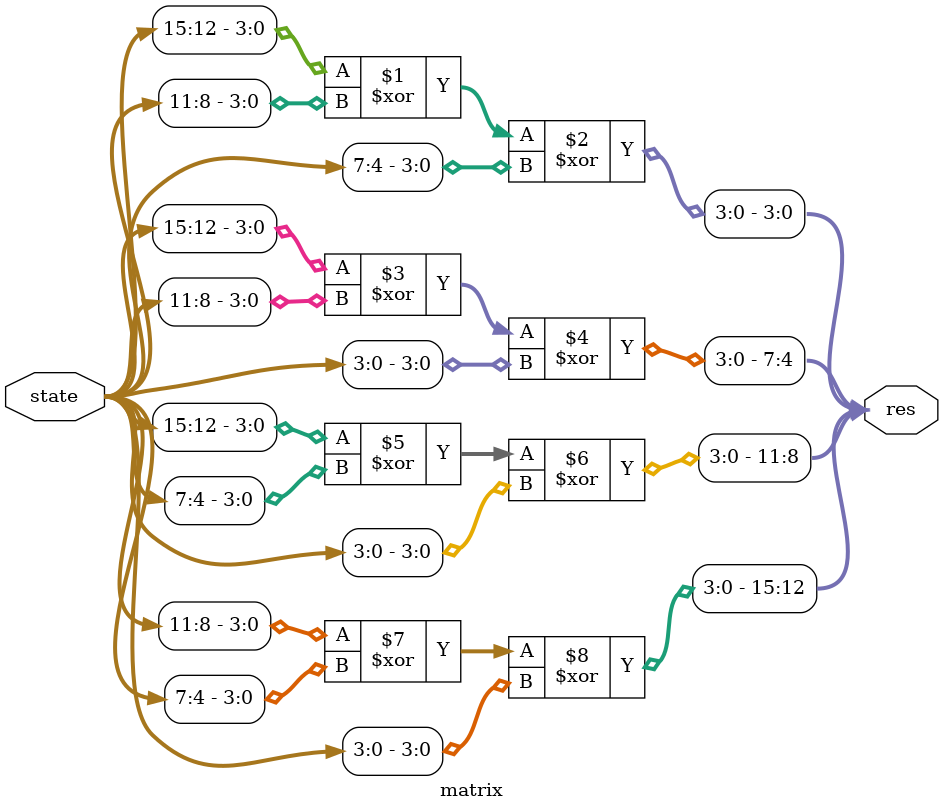
<source format=v>
module matrix (state,res);
  input [15:0]state;
  output [15:0]res;
  
  assign res={state[11:8]^state[7:4]^state[3:0],state[15:12]^state[7:4]^state[3:0],state[15:12]^state[11:8]^state[3:0],state[15:12]^state[11:8]^state[7:4]};
endmodule 
</source>
